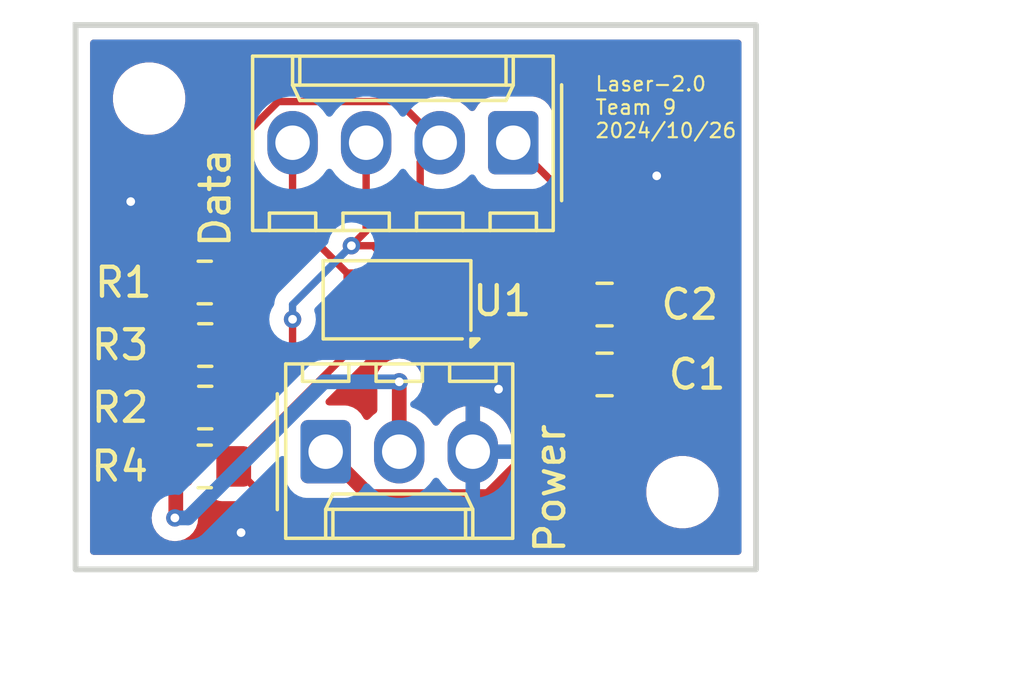
<source format=kicad_pcb>
(kicad_pcb (version 20240108) (generator "pcbnew") (generator_version "8.0")
  (layers (0 "F.Cu" signal) (31 "B.Cu" signal) (34 "B.Paste" user) (35 "F.Paste" user) (36 "B.SilkS" user "B.Silkscreen") (37 "F.SilkS" user "F.Silkscreen") (38 "B.Mask" user) (39 "F.Mask" user) (44 "Edge.Cuts" user))
  (net 0 "")
  (net 1 "GND")
  (net 2 "/3.3V")
  (net 3 "/IOVDD")
  (net 4 "/GPIO1")
  (net 5 "/SCL")
  (net 6 "/SDA")
  (net 7 "/XSHUT")
  (footprint "Resistor_SMD:R_0805_2012Metric_Pad1.20x1.40mm_HandSolder" (layer "F.Cu") (at 118.65 112.395)
    (property "Reference" "R3" (at -2.937 0 0) (layer "F.SilkS"))
    (property "Value" "10k")
    (fp_line (start -0.227064 -0.735) (end 0.227064 -0.735) (stroke (width 0.12)) (layer "F.SilkS"))
    (fp_line (start -0.227064 0.735) (end 0.227064 0.735) (stroke (width 0.12)) (layer "F.SilkS"))
    (pad "1" smd roundrect (at -1 0) (size 1.2 1.4) (layers "F.Cu" "F.Paste" "F.Mask") (roundrect_rratio 0.208333) (net 3 "/IOVDD"))
    (pad "2" smd roundrect (at 1 0) (size 1.2 1.4) (layers "F.Cu" "F.Paste" "F.Mask") (roundrect_rratio 0.208333) (net 5 "/SCL"))
  )
  (footprint "Capacitor_SMD:C_0805_2012Metric_Pad1.18x1.45mm_HandSolder" (layer "F.Cu") (at 132.4395 113.411)
    (property "Reference" "C1" (at 3.1965 0 0) (layer "F.SilkS"))
    (property "Value" "100nF")
    (fp_line (start -0.261252 -0.735) (end 0.261252 -0.735) (stroke (width 0.12)) (layer "F.SilkS"))
    (fp_line (start -0.261252 0.735) (end 0.261252 0.735) (stroke (width 0.12)) (layer "F.SilkS"))
    (pad "1" smd roundrect (at -1.0375 0) (size 1.175 1.45) (layers "F.Cu" "F.Paste" "F.Mask") (roundrect_rratio 0.212766) (net 2 "/3.3V"))
    (pad "2" smd roundrect (at 1.0375 0) (size 1.175 1.45) (layers "F.Cu" "F.Paste" "F.Mask") (roundrect_rratio 0.212766) (net 1 "GND"))
  )
  (footprint "Resistor_SMD:R_0805_2012Metric_Pad1.20x1.40mm_HandSolder" (layer "F.Cu") (at 118.65 114.554)
    (property "Reference" "R2" (at -2.937 0 0) (layer "F.SilkS"))
    (property "Value" "10k")
    (fp_line (start -0.227064 -0.735) (end 0.227064 -0.735) (stroke (width 0.12)) (layer "F.SilkS"))
    (fp_line (start -0.227064 0.735) (end 0.227064 0.735) (stroke (width 0.12)) (layer "F.SilkS"))
    (pad "1" smd roundrect (at -1 0) (size 1.2 1.4) (layers "F.Cu" "F.Paste" "F.Mask") (roundrect_rratio 0.208333) (net 3 "/IOVDD"))
    (pad "2" smd roundrect (at 1 0) (size 1.2 1.4) (layers "F.Cu" "F.Paste" "F.Mask") (roundrect_rratio 0.208333) (net 6 "/SDA"))
  )
  (footprint "Sensor_Distance:ST_VL53L1x" (layer "F.Cu") (at 125.273 110.833 180)
    (property "Reference" "U1" (at -3.632 -0.038 0) (layer "F.SilkS"))
    (property "Value" "VL53L1CXV0FY1")
    (fp_line (start 2.55 1.35) (end 2.55 -1.35) (stroke (width 0.12)) (layer "F.SilkS"))
    (fp_line (start 2.55 -1.35) (end -2.25 -1.35) (stroke (width 0.12)) (layer "F.SilkS"))
    (fp_line (start -2.55 1.35) (end 2.55 1.35) (stroke (width 0.12)) (layer "F.SilkS"))
    (fp_line (start -2.55 -1.05) (end -2.55 1.35) (stroke (width 0.12)) (layer "F.SilkS"))
    (fp_poly (pts (xy -2.55 -1.35) (xy -2.83 -1.35) (xy -2.55 -1.63) (xy -2.55 -1.35)) (stroke (width 0.12)) (fill solid) (layer "F.SilkS"))
    (pad "1" smd roundrect (at -1.74 -0.675 180) (size 0.38 0.25) (layers "F.Cu" "F.Paste" "F.Mask") (net 2 "/3.3V"))
    (pad "1" smd roundrect (at -1.6 -0.8 180) (size 0.5 0.5) (layers "F.Cu" "F.Paste" "F.Mask") (net 2 "/3.3V"))
    (pad "2" smd roundrect (at -0.8 -0.8 180) (size 0.5 0.5) (layers "F.Cu" "F.Paste" "F.Mask") (net 1 "GND"))
    (pad "3" smd roundrect (at 0 -0.8 180) (size 0.5 0.5) (layers "F.Cu" "F.Paste" "F.Mask") (net 1 "GND"))
    (pad "4" smd roundrect (at 0.8 -0.8 180) (size 0.5 0.5) (layers "F.Cu" "F.Paste" "F.Mask") (net 1 "GND"))
    (pad "5" smd roundrect (at 1.6 -0.8 180) (size 0.5 0.5) (layers "F.Cu" "F.Paste" "F.Mask") (net 7 "/XSHUT"))
    (pad "6" smd roundrect (at 1.6 0 180) (size 0.5 0.5) (layers "F.Cu" "F.Paste" "F.Mask") (net 1 "GND"))
    (pad "7" smd roundrect (at 1.6 0.8 180) (size 0.5 0.5) (layers "F.Cu" "F.Paste" "F.Mask") (net 4 "/GPIO1"))
    (pad "8" smd roundrect (at 0.8 0.8 180) (size 0.5 0.5) (layers "F.Cu" "F.Paste" "F.Mask"))
    (pad "9" smd roundrect (at 0 0.8 180) (size 0.5 0.5) (layers "F.Cu" "F.Paste" "F.Mask") (net 6 "/SDA"))
    (pad "10" smd roundrect (at -0.8 0.8 180) (size 0.5 0.5) (layers "F.Cu" "F.Paste" "F.Mask") (net 5 "/SCL"))
    (pad "11" smd roundrect (at -1.6 0.8 180) (size 0.5 0.5) (layers "F.Cu" "F.Paste" "F.Mask") (net 2 "/3.3V"))
    (pad "12" smd roundrect (at -1.6 0 180) (size 0.5 0.5) (layers "F.Cu" "F.Paste" "F.Mask") (net 1 "GND"))
  )
  (footprint "Resistor_SMD:R_0805_2012Metric_Pad1.20x1.40mm_HandSolder" (layer "F.Cu") (at 118.634 110.236)
    (property "Reference" "R1" (at -2.81 0 0) (layer "F.SilkS"))
    (property "Value" "10k")
    (fp_line (start -0.227064 -0.735) (end 0.227064 -0.735) (stroke (width 0.12)) (layer "F.SilkS"))
    (fp_line (start -0.227064 0.735) (end 0.227064 0.735) (stroke (width 0.12)) (layer "F.SilkS"))
    (pad "1" smd roundrect (at -1 0) (size 1.2 1.4) (layers "F.Cu" "F.Paste" "F.Mask") (roundrect_rratio 0.208333) (net 3 "/IOVDD"))
    (pad "2" smd roundrect (at 1 0) (size 1.2 1.4) (layers "F.Cu" "F.Paste" "F.Mask") (roundrect_rratio 0.208333) (net 4 "/GPIO1"))
  )
  (footprint "Capacitor_SMD:C_0805_2012Metric_Pad1.18x1.45mm_HandSolder" (layer "F.Cu") (at 132.4395 110.998)
    (property "Reference" "C2" (at 2.9425 0 0) (layer "F.SilkS"))
    (property "Value" "4.7uF")
    (fp_line (start -0.261252 -0.735) (end 0.261252 -0.735) (stroke (width 0.12)) (layer "F.SilkS"))
    (fp_line (start -0.261252 0.735) (end 0.261252 0.735) (stroke (width 0.12)) (layer "F.SilkS"))
    (pad "1" smd roundrect (at -1.0375 0) (size 1.175 1.45) (layers "F.Cu" "F.Paste" "F.Mask") (roundrect_rratio 0.212766) (net 2 "/3.3V"))
    (pad "2" smd roundrect (at 1.0375 0) (size 1.175 1.45) (layers "F.Cu" "F.Paste" "F.Mask") (roundrect_rratio 0.212766) (net 1 "GND"))
  )
  (footprint "MountingHole:MountingHole_2mm" (layer "F.Cu") (at 135.128 117.475)
    (property "Reference" "H1" (hide yes))
    (property "Value" "MountingHole")
    (pad "" np_thru_hole circle (at 0 0) (size 2 2) (drill 2) (layers "*.Cu" "*.Mask"))
  )
  (footprint "Resistor_SMD:R_0805_2012Metric_Pad1.20x1.40mm_HandSolder" (layer "F.Cu") (at 118.634 116.586)
    (property "Reference" "R4" (at -2.937 0 0) (layer "F.SilkS"))
    (property "Value" "10k")
    (fp_line (start -0.227064 -0.735) (end 0.227064 -0.735) (stroke (width 0.12)) (layer "F.SilkS"))
    (fp_line (start -0.227064 0.735) (end 0.227064 0.735) (stroke (width 0.12)) (layer "F.SilkS"))
    (pad "1" smd roundrect (at -1 0) (size 1.2 1.4) (layers "F.Cu" "F.Paste" "F.Mask") (roundrect_rratio 0.208333) (net 3 "/IOVDD"))
    (pad "2" smd roundrect (at 1 0) (size 1.2 1.4) (layers "F.Cu" "F.Paste" "F.Mask") (roundrect_rratio 0.208333) (net 7 "/XSHUT"))
  )
  (footprint "MountingHole:MountingHole_2mm" (layer "F.Cu") (at 116.713 103.886)
    (property "Reference" "H2" (hide yes))
    (property "Value" "MountingHole")
    (pad "" np_thru_hole circle (at 0 0) (size 2 2) (drill 2) (layers "*.Cu" "*.Mask"))
  )
  (footprint "Connector_Molex:Molex_KK-254_AE-6410-04A_1x04_P2.54mm_Vertical" (layer "F.Cu") (at 129.286 105.41 180)
    (property "Reference" "Data" (at 10.287 -1.905 90) (layer "F.SilkS"))
    (property "Value" "Data")
    (fp_line (start 9 2.99) (end 9 -3.03) (stroke (width 0.12)) (layer "F.SilkS"))
    (fp_line (start 9 -3.03) (end -1.38 -3.03) (stroke (width 0.12)) (layer "F.SilkS"))
    (fp_line (start 8.42 -2.43) (end 8.42 -3.03) (stroke (width 0.12)) (layer "F.SilkS"))
    (fp_line (start 7.62 1.99) (end 7.62 2.99) (stroke (width 0.12)) (layer "F.SilkS"))
    (fp_line (start 7.37 2.99) (end 7.37 1.99) (stroke (width 0.12)) (layer "F.SilkS"))
    (fp_line (start 7.37 1.46) (end 7.62 1.99) (stroke (width 0.12)) (layer "F.SilkS"))
    (fp_line (start 6.82 -2.43) (end 8.42 -2.43) (stroke (width 0.12)) (layer "F.SilkS"))
    (fp_line (start 6.82 -3.03) (end 6.82 -2.43) (stroke (width 0.12)) (layer "F.SilkS"))
    (fp_line (start 5.88 -2.43) (end 5.88 -3.03) (stroke (width 0.12)) (layer "F.SilkS"))
    (fp_line (start 4.28 -2.43) (end 5.88 -2.43) (stroke (width 0.12)) (layer "F.SilkS"))
    (fp_line (start 4.28 -3.03) (end 4.28 -2.43) (stroke (width 0.12)) (layer "F.SilkS"))
    (fp_line (start 3.34 -2.43) (end 3.34 -3.03) (stroke (width 0.12)) (layer "F.SilkS"))
    (fp_line (start 1.74 -2.43) (end 3.34 -2.43) (stroke (width 0.12)) (layer "F.SilkS"))
    (fp_line (start 1.74 -3.03) (end 1.74 -2.43) (stroke (width 0.12)) (layer "F.SilkS"))
    (fp_line (start 0.8 -2.43) (end 0.8 -3.03) (stroke (width 0.12)) (layer "F.SilkS"))
    (fp_line (start 0.25 2.99) (end 0.25 1.99) (stroke (width 0.12)) (layer "F.SilkS"))
    (fp_line (start 0.25 1.46) (end 7.37 1.46) (stroke (width 0.12)) (layer "F.SilkS"))
    (fp_line (start 0 2.99) (end 0 1.99) (stroke (width 0.12)) (layer "F.SilkS"))
    (fp_line (start 0 1.99) (end 7.62 1.99) (stroke (width 0.12)) (layer "F.SilkS"))
    (fp_line (start 0 1.99) (end 0.25 1.46) (stroke (width 0.12)) (layer "F.SilkS"))
    (fp_line (start -0.8 -2.43) (end 0.8 -2.43) (stroke (width 0.12)) (layer "F.SilkS"))
    (fp_line (start -0.8 -3.03) (end -0.8 -2.43) (stroke (width 0.12)) (layer "F.SilkS"))
    (fp_line (start -1.38 2.99) (end 9 2.99) (stroke (width 0.12)) (layer "F.SilkS"))
    (fp_line (start -1.38 -3.03) (end -1.38 2.99) (stroke (width 0.12)) (layer "F.SilkS"))
    (fp_line (start -1.67 -2) (end -1.67 2) (stroke (width 0.12)) (layer "F.SilkS"))
    (pad "1" thru_hole roundrect (at 0 0 180) (size 1.74 2.19) (drill 1.19) (layers "*.Cu" "*.Mask") (roundrect_rratio 0.143678) (net 7 "/XSHUT"))
    (pad "2" thru_hole oval (at 2.54 0 180) (size 1.74 2.19) (drill 1.19) (layers "*.Cu" "*.Mask") (net 5 "/SCL"))
    (pad "3" thru_hole oval (at 5.08 0 180) (size 1.74 2.19) (drill 1.19) (layers "*.Cu" "*.Mask") (net 6 "/SDA"))
    (pad "4" thru_hole oval (at 7.62 0 180) (size 1.74 2.19) (drill 1.19) (layers "*.Cu" "*.Mask") (net 4 "/GPIO1"))
  )
  (footprint "Connector_Molex:Molex_KK-254_AE-6410-03A_1x03_P2.54mm_Vertical" (layer "F.Cu") (at 122.809 116.078)
    (property "Reference" "Power" (at 7.747 1.27 -90) (layer "F.SilkS"))
    (property "Value" "Power")
    (fp_line (start -1.67 -2) (end -1.67 2) (stroke (width 0.12)) (layer "F.SilkS"))
    (fp_line (start -1.38 -3.03) (end -1.38 2.99) (stroke (width 0.12)) (layer "F.SilkS"))
    (fp_line (start -1.38 2.99) (end 6.46 2.99) (stroke (width 0.12)) (layer "F.SilkS"))
    (fp_line (start -0.8 -3.03) (end -0.8 -2.43) (stroke (width 0.12)) (layer "F.SilkS"))
    (fp_line (start -0.8 -2.43) (end 0.8 -2.43) (stroke (width 0.12)) (layer "F.SilkS"))
    (fp_line (start 0 1.99) (end 0.25 1.46) (stroke (width 0.12)) (layer "F.SilkS"))
    (fp_line (start 0 1.99) (end 5.08 1.99) (stroke (width 0.12)) (layer "F.SilkS"))
    (fp_line (start 0 2.99) (end 0 1.99) (stroke (width 0.12)) (layer "F.SilkS"))
    (fp_line (start 0.25 1.46) (end 4.83 1.46) (stroke (width 0.12)) (layer "F.SilkS"))
    (fp_line (start 0.25 2.99) (end 0.25 1.99) (stroke (width 0.12)) (layer "F.SilkS"))
    (fp_line (start 0.8 -2.43) (end 0.8 -3.03) (stroke (width 0.12)) (layer "F.SilkS"))
    (fp_line (start 1.74 -3.03) (end 1.74 -2.43) (stroke (width 0.12)) (layer "F.SilkS"))
    (fp_line (start 1.74 -2.43) (end 3.34 -2.43) (stroke (width 0.12)) (layer "F.SilkS"))
    (fp_line (start 3.34 -2.43) (end 3.34 -3.03) (stroke (width 0.12)) (layer "F.SilkS"))
    (fp_line (start 4.28 -3.03) (end 4.28 -2.43) (stroke (width 0.12)) (layer "F.SilkS"))
    (fp_line (start 4.28 -2.43) (end 5.88 -2.43) (stroke (width 0.12)) (layer "F.SilkS"))
    (fp_line (start 4.83 1.46) (end 5.08 1.99) (stroke (width 0.12)) (layer "F.SilkS"))
    (fp_line (start 4.83 2.99) (end 4.83 1.99) (stroke (width 0.12)) (layer "F.SilkS"))
    (fp_line (start 5.08 1.99) (end 5.08 2.99) (stroke (width 0.12)) (layer "F.SilkS"))
    (fp_line (start 5.88 -2.43) (end 5.88 -3.03) (stroke (width 0.12)) (layer "F.SilkS"))
    (fp_line (start 6.46 -3.03) (end -1.38 -3.03) (stroke (width 0.12)) (layer "F.SilkS"))
    (fp_line (start 6.46 2.99) (end 6.46 -3.03) (stroke (width 0.12)) (layer "F.SilkS"))
    (pad "1" thru_hole roundrect (at 0 0) (size 1.74 2.19) (drill 1.19) (layers "*.Cu" "*.Mask") (roundrect_rratio 0.143678) (net 2 "/3.3V"))
    (pad "2" thru_hole oval (at 2.54 0) (size 1.74 2.19) (drill 1.19) (layers "*.Cu" "*.Mask") (net 3 "/IOVDD"))
    (pad "3" thru_hole oval (at 5.08 0) (size 1.74 2.19) (drill 1.19) (layers "*.Cu" "*.Mask") (net 1 "GND"))
  )
  (gr_rect (start 114.173 101.346) (end 137.668 120.142) (stroke (width 0.2)) (fill none) (layer "Edge.Cuts"))
  (gr_text "Laser-2.0\nTeam 9\n2024/10/26" (at 132.08 105.283 0) (layer "F.SilkS") (effects (font (size 0.5 0.5) (thickness 0.075)) (justify left bottom)))
  (segment (start 123.673 110.833) (end 123.922999 110.833) (width 0.254) (layer "F.Cu") (net 1))
  (segment (start 126.400001 111.056) (end 126.073 111.383001) (width 0.254) (layer "F.Cu") (net 1))
  (segment (start 124.473 111.383001) (end 124.473 111.633) (width 0.254) (layer "F.Cu") (net 1))
  (segment (start 127.889 116.078) (end 127.889 114.046) (width 0.254) (layer "F.Cu") (net 1))
  (segment (start 126.873 110.833) (end 126.784 110.833) (width 0.254) (layer "F.Cu") (net 1))
  (segment (start 126.561 111.056) (end 126.400001 111.056) (width 0.254) (layer "F.Cu") (net 1))
  (segment (start 126.073 111.383001) (end 126.073 111.633) (width 0.254) (layer "F.Cu") (net 1))
  (segment (start 126.784 110.833) (end 126.561 111.056) (width 0.254) (layer "F.Cu") (net 1))
  (segment (start 123.922999 110.833) (end 124.473 111.383001) (width 0.254) (layer "F.Cu") (net 1))
  (via (at 128.778 113.919) (size 0.6) (drill 0.3) (layers "F.Cu" "B.Cu") (net 1))
  (via (at 119.888 118.872) (size 0.6) (drill 0.3) (layers "F.Cu" "B.Cu") (net 1))
  (via (at 116.078 107.442) (size 0.6) (drill 0.3) (layers "F.Cu" "B.Cu") (net 1))
  (via (at 134.239 106.553) (size 0.6) (drill 0.3) (layers "F.Cu" "B.Cu") (net 1))
  (segment (start 124.358 117.627) (end 122.809 116.078) (width 0.508) (layer "F.Cu") (net 2))
  (segment (start 131.402 110.998) (end 131.402 113.411) (width 0.508) (layer "F.Cu") (net 2))
  (segment (start 131.402 114.662419) (end 128.437419 117.627) (width 0.508) (layer "F.Cu") (net 2))
  (segment (start 131.402 113.411) (end 131.402 114.662419) (width 0.508) (layer "F.Cu") (net 2))
  (segment (start 127.145294 110.033) (end 126.873 110.033) (width 0.508) (layer "F.Cu") (net 2))
  (segment (start 126.873 111.633) (end 127.145294 111.633) (width 0.508) (layer "F.Cu") (net 2))
  (segment (start 127.635 110.998) (end 127.635 110.522706) (width 0.508) (layer "F.Cu") (net 2))
  (segment (start 127.635 111.143294) (end 127.635 110.998) (width 0.508) (layer "F.Cu") (net 2))
  (segment (start 131.402 110.998) (end 127.635 110.998) (width 0.508) (layer "F.Cu") (net 2))
  (segment (start 126.969 111.537) (end 127.013 111.537) (width 0.508) (layer "F.Cu") (net 2))
  (segment (start 128.437419 117.627) (end 124.358 117.627) (width 0.508) (layer "F.Cu") (net 2))
  (segment (start 127.145294 111.633) (end 127.635 111.143294) (width 0.508) (layer "F.Cu") (net 2))
  (segment (start 126.873 111.633) (end 126.969 111.537) (width 0.508) (layer "F.Cu") (net 2))
  (segment (start 127.635 110.522706) (end 127.145294 110.033) (width 0.508) (layer "F.Cu") (net 2))
  (segment (start 117.634 116.586) (end 117.634 118.332) (width 0.508) (layer "F.Cu") (net 3))
  (segment (start 125.349 113.665) (end 125.349 116.078) (width 0.508) (layer "F.Cu") (net 3))
  (segment (start 117.634 118.332) (end 117.602 118.364) (width 0.508) (layer "F.Cu") (net 3))
  (segment (start 117.634 110.236) (end 117.634 112.379) (width 0.508) (layer "F.Cu") (net 3))
  (segment (start 117.634 116.586) (end 117.634 114.57) (width 0.508) (layer "F.Cu") (net 3))
  (segment (start 117.634 114.57) (end 117.65 114.554) (width 0.508) (layer "F.Cu") (net 3))
  (segment (start 117.65 114.554) (end 117.65 112.395) (width 0.508) (layer "F.Cu") (net 3))
  (segment (start 117.634 112.379) (end 117.65 112.395) (width 0.508) (layer "F.Cu") (net 3))
  (via (at 125.349 113.665) (size 0.6) (drill 0.3) (layers "F.Cu" "B.Cu") (net 3))
  (via (at 117.602 118.364) (size 0.6) (drill 0.3) (layers "F.Cu" "B.Cu") (net 3))
  (segment (start 118.055466 118.364) (end 122.754466 113.665) (width 0.508) (layer "B.Cu") (net 3))
  (segment (start 122.754466 113.665) (end 125.349 113.665) (width 0.508) (layer "B.Cu") (net 3))
  (segment (start 117.602 118.364) (end 118.055466 118.364) (width 0.508) (layer "B.Cu") (net 3))
  (segment (start 121.666 108.204) (end 121.666 108.026) (width 0.254) (layer "F.Cu") (net 4))
  (segment (start 121.666 105.41) (end 121.666 108.026) (width 0.254) (layer "F.Cu") (net 4))
  (segment (start 121.666 108.026) (end 123.673 110.033) (width 0.254) (layer "F.Cu") (net 4))
  (segment (start 123.580312 110.033) (end 123.673 110.033) (width 0.254) (layer "F.Cu") (net 4))
  (segment (start 119.634 110.236) (end 121.666 108.204) (width 0.254) (layer "F.Cu") (net 4))
  (segment (start 119.65 112.395) (end 118.707 111.452) (width 0.254) (layer "F.Cu") (net 5))
  (segment (start 121.170186 103.988) (end 125.324 103.988) (width 0.254) (layer "F.Cu") (net 5))
  (segment (start 125.324 103.988) (end 126.746 105.41) (width 0.254) (layer "F.Cu") (net 5))
  (segment (start 118.707 106.451186) (end 121.170186 103.988) (width 0.254) (layer "F.Cu") (net 5))
  (segment (start 126.746 105.41) (end 126.073 106.083) (width 0.254) (layer "F.Cu") (net 5))
  (segment (start 118.707 111.452) (end 118.707 106.451186) (width 0.254) (layer "F.Cu") (net 5))
  (segment (start 126.073 106.083) (end 126.073 110.033) (width 0.254) (layer "F.Cu") (net 5))
  (segment (start 123.698 108.966) (end 124.206 108.458) (width 0.254) (layer "F.Cu") (net 6))
  (segment (start 123.698 108.966) (end 124.455999 108.966) (width 0.254) (layer "F.Cu") (net 6))
  (segment (start 124.455999 108.966) (end 125.273 109.783001) (width 0.254) (layer "F.Cu") (net 6))
  (segment (start 125.273 109.783001) (end 125.273 110.033) (width 0.254) (layer "F.Cu") (net 6))
  (segment (start 119.634 114.427) (end 119.634 113.979312) (width 0.254) (layer "F.Cu") (net 6))
  (segment (start 121.666 112.538) (end 121.666 111.506) (width 0.254) (layer "F.Cu") (net 6))
  (segment (start 119.65 114.554) (end 121.666 112.538) (width 0.254) (layer "F.Cu") (net 6))
  (segment (start 124.206 108.458) (end 124.206 105.41) (width 0.254) (layer "F.Cu") (net 6))
  (via (at 123.698 108.966) (size 0.6) (drill 0.3) (layers "F.Cu" "B.Cu") (net 6))
  (via (at 121.666 111.506) (size 0.6) (drill 0.3) (layers "F.Cu" "B.Cu") (net 6))
  (segment (start 121.666 111.506) (end 121.666 110.998) (width 0.254) (layer "B.Cu") (net 6))
  (segment (start 121.666 110.998) (end 123.698 108.966) (width 0.254) (layer "B.Cu") (net 6))
  (segment (start 123.673 111.633) (end 123.673 112.547) (width 0.254) (layer "F.Cu") (net 7))
  (segment (start 119.634 116.586) (end 121.256 118.208) (width 0.254) (layer "F.Cu") (net 7))
  (segment (start 132.334 108.458) (end 129.286 105.41) (width 0.254) (layer "F.Cu") (net 7))
  (segment (start 130.331 118.208) (end 132.334 116.205) (width 0.254) (layer "F.Cu") (net 7))
  (segment (start 123.673 112.547) (end 119.634 116.586) (width 0.254) (layer "F.Cu") (net 7))
  (segment (start 132.334 116.205) (end 132.334 108.458) (width 0.254) (layer "F.Cu") (net 7))
  (segment (start 121.256 118.208) (end 130.331 118.208) (width 0.254) (layer "F.Cu") (net 7))
  (zone (net 1) (net_name "GND") (layers "F&B.Cu") (connect_pads (clearance 0.5)) (min_thickness 0.25) (fill yes (thermal_gap 0.5) (thermal_bridge_width 0.5))
    (polygon (pts (xy 114.427 101.6) (xy 137.414 101.727) (xy 137.414 119.888) (xy 114.427 119.888)))
  )
)
</source>
